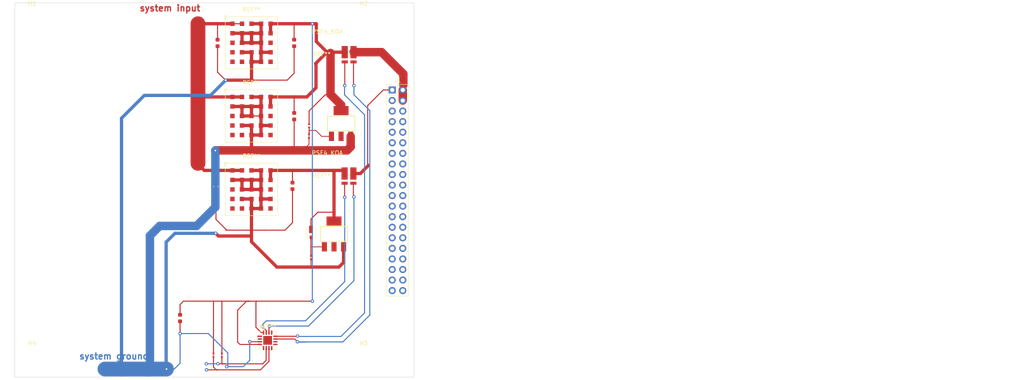
<source format=kicad_pcb>
(kicad_pcb (version 20211014) (generator pcbnew)
  (title_block (title "ColoradoCUBE C&DH") (date "2022-02-11") (rev "v01") (comment 1 "Author: Kate Nechaeva"))
  (layers (0 "F.Cu" signal) (31 "B.Cu" signal) (34 "B.Paste" user) (35 "F.Paste" user) (36 "B.SilkS" user "B.Silkscreen") (37 "F.SilkS" user "F.Silkscreen") (38 "B.Mask" user) (39 "F.Mask" user) (44 "Edge.Cuts" user))
  (net 0 "")
  (net 1 "GND")
  (net 2 "+5V")
  (net 3 "+3.3V")
  (net 4 "/CM4 GPIO/nRPIBOOT")
  (net 5 "/CM4 GPIO/GPIO15")
  (net 6 "/CM4 GPIO/GPIO14")
  (net 7 "/CM4 GPIO/GPIO2")
  (net 9 "/CM4 GPIO/GPIO3")
  (net 12 "Net-(J1-Pad13)")
  (net 13 "Net-(J1-Pad15)")
  (footprint "footprints2:PSF4NTEBL500F" (layer "F.Cu") (at 100.4059 32.4596 180)
    (fp_text reference "REF**" (at 6.5659 0.0796) (layer "F.SilkS"))
    (fp_text value "PSF4_KOA" (at 5.2259 5.5596) (layer "F.SilkS"))
    (fp_text user "*" (at 0 0) (layer "F.SilkS"))
    (pad "1" smd rect locked (at -1.0541 0.6096 180) (size 1.4986 2.9464) (layers "F.Cu" "F.Paste" "F.Mask") (net 2 "+5V"))
    (pad "2" smd rect locked (at -1.0541 -1.7272 180) (size 1.4986 0.7112) (layers "F.Cu" "F.Paste" "F.Mask"))
    (pad "3" smd rect locked (at 1.0541 -1.7272 180) (size 1.4986 0.7112) (layers "F.Cu" "F.Paste" "F.Mask"))
    (pad "4" smd rect locked (at 1.0541 0.6096 180) (size 1.4986 2.9464) (layers "F.Cu" "F.Paste" "F.Mask"))
  )
  (footprint "MountingHole:MountingHole_3mm" (layer "F.Cu") (at 24.15 105.85)
    (fp_text reference "H4" (at 0 -4) (layer "F.SilkS"))
    (fp_text value "3mm_Mounting_Hole")
    (pad "" np_thru_hole circle locked (at 0 0) (size 3 3) (drill 3) (layers *.Cu *.Mask))
  )
  (footprint "Resistor_SMD:R_0201_0603Metric_Pad0.64x0.40mm_HandSolder" (layer "F.Cu") (at 91.23 81.25 90)
    (fp_text reference "REF**" hide)
    (fp_text value "R_0201_0603Metric_Pad0.64x0.40mm_HandSolder" hide)
    (pad "1" smd roundrect (at -0.4075 0 90) (size 0.635 0.4) (layers "F.Cu" "F.Mask"))
    (pad "2" smd roundrect (at 0.4075 0 90) (size 0.635 0.4) (layers "F.Cu" "F.Mask"))
  )
  (footprint "Connector_PinHeader_2.54mm:PinHeader_2x20_P2.54mm_Vertical" (layer "F.Cu") (at 110.77 40.945)
    (fp_text reference "J1" (at 1.27 -2.33) (layer "F.SilkS"))
    (fp_text value "THD-20-R")
    (pad "1" thru_hole rect locked (at 0 0) (size 1.7 1.7) (drill 1) (layers *.Cu *.Mask) (net 3 "+3.3V"))
    (pad "2" thru_hole oval locked (at 2.54 0) (size 1.7 1.7) (drill 1) (layers *.Cu *.Mask) (net 2 "+5V"))
    (pad "3" thru_hole oval locked (at 0 2.54) (size 1.7 1.7) (drill 1) (layers *.Cu *.Mask) (net 7 "/CM4 GPIO/GPIO2"))
    (pad "4" thru_hole oval locked (at 2.54 2.54) (size 1.7 1.7) (drill 1) (layers *.Cu *.Mask) (net 2 "+5V"))
    (pad "5" thru_hole oval locked (at 0 5.08) (size 1.7 1.7) (drill 1) (layers *.Cu *.Mask) (net 9 "/CM4 GPIO/GPIO3"))
    (pad "6" thru_hole oval locked (at 2.54 5.08) (size 1.7 1.7) (drill 1) (layers *.Cu *.Mask) (net 1 "GND"))
    (pad "7" thru_hole oval locked (at 0 7.62) (size 1.7 1.7) (drill 1) (layers *.Cu *.Mask))
    (pad "8" thru_hole oval locked (at 2.54 7.62) (size 1.7 1.7) (drill 1) (layers *.Cu *.Mask) (net 6 "/CM4 GPIO/GPIO14"))
    (pad "9" thru_hole oval locked (at 0 10.16) (size 1.7 1.7) (drill 1) (layers *.Cu *.Mask) (net 1 "GND"))
    (pad "10" thru_hole oval locked (at 2.54 10.16) (size 1.7 1.7) (drill 1) (layers *.Cu *.Mask) (net 5 "/CM4 GPIO/GPIO15"))
    (pad "11" thru_hole oval locked (at 0 12.7) (size 1.7 1.7) (drill 1) (layers *.Cu *.Mask))
    (pad "12" thru_hole oval locked (at 2.54 12.7) (size 1.7 1.7) (drill 1) (layers *.Cu *.Mask))
    (pad "13" thru_hole oval locked (at 0 15.24) (size 1.7 1.7) (drill 1) (layers *.Cu *.Mask) (net 12 "Net-(J1-Pad13)"))
    (pad "14" thru_hole oval locked (at 2.54 15.24) (size 1.7 1.7) (drill 1) (layers *.Cu *.Mask) (net 1 "GND"))
    (pad "15" thru_hole oval locked (at 0 17.78) (size 1.7 1.7) (drill 1) (layers *.Cu *.Mask) (net 13 "Net-(J1-Pad15)"))
    (pad "16" thru_hole oval locked (at 2.54 17.78) (size 1.7 1.7) (drill 1) (layers *.Cu *.Mask))
    (pad "17" thru_hole oval locked (at 0 20.32) (size 1.7 1.7) (drill 1) (layers *.Cu *.Mask) (net 3 "+3.3V"))
    (pad "18" thru_hole oval locked (at 2.54 20.32) (size 1.7 1.7) (drill 1) (layers *.Cu *.Mask))
    (pad "19" thru_hole oval locked (at 0 22.86) (size 1.7 1.7) (drill 1) (layers *.Cu *.Mask))
    (pad "20" thru_hole oval locked (at 2.54 22.86) (size 1.7 1.7) (drill 1) (layers *.Cu *.Mask) (net 1 "GND"))
    (pad "21" thru_hole oval locked (at 0 25.4) (size 1.7 1.7) (drill 1) (layers *.Cu *.Mask))
    (pad "22" thru_hole oval locked (at 2.54 25.4) (size 1.7 1.7) (drill 1) (layers *.Cu *.Mask))
    (pad "23" thru_hole oval locked (at 0 27.94) (size 1.7 1.7) (drill 1) (layers *.Cu *.Mask))
    (pad "24" thru_hole oval locked (at 2.54 27.94) (size 1.7 1.7) (drill 1) (layers *.Cu *.Mask))
    (pad "25" thru_hole oval locked (at 0 30.48) (size 1.7 1.7) (drill 1) (layers *.Cu *.Mask) (net 1 "GND"))
    (pad "26" thru_hole oval locked (at 2.54 30.48) (size 1.7 1.7) (drill 1) (layers *.Cu *.Mask))
    (pad "27" thru_hole oval locked (at 0 33.02) (size 1.7 1.7) (drill 1) (layers *.Cu *.Mask))
    (pad "28" thru_hole oval locked (at 2.54 33.02) (size 1.7 1.7) (drill 1) (layers *.Cu *.Mask))
    (pad "29" thru_hole oval locked (at 0 35.56) (size 1.7 1.7) (drill 1) (layers *.Cu *.Mask))
    (pad "30" thru_hole oval locked (at 2.54 35.56) (size 1.7 1.7) (drill 1) (layers *.Cu *.Mask) (net 1 "GND"))
    (pad "31" thru_hole oval locked (at 0 38.1) (size 1.7 1.7) (drill 1) (layers *.Cu *.Mask))
    (pad "32" thru_hole oval locked (at 2.54 38.1) (size 1.7 1.7) (drill 1) (layers *.Cu *.Mask))
    (pad "33" thru_hole oval locked (at 0 40.64) (size 1.7 1.7) (drill 1) (layers *.Cu *.Mask))
    (pad "34" thru_hole oval locked (at 2.54 40.64) (size 1.7 1.7) (drill 1) (layers *.Cu *.Mask) (net 1 "GND"))
    (pad "35" thru_hole oval locked (at 0 43.18) (size 1.7 1.7) (drill 1) (layers *.Cu *.Mask))
    (pad "36" thru_hole oval locked (at 2.54 43.18) (size 1.7 1.7) (drill 1) (layers *.Cu *.Mask))
    (pad "37" thru_hole oval locked (at 0 45.72) (size 1.7 1.7) (drill 1) (layers *.Cu *.Mask) (net 4 "/CM4 GPIO/nRPIBOOT"))
    (pad "38" thru_hole oval locked (at 2.54 45.72) (size 1.7 1.7) (drill 1) (layers *.Cu *.Mask))
    (pad "39" thru_hole oval locked (at 0 48.26) (size 1.7 1.7) (drill 1) (layers *.Cu *.Mask) (net 1 "GND"))
    (pad "40" thru_hole oval locked (at 2.54 48.26) (size 1.7 1.7) (drill 1) (layers *.Cu *.Mask))
  )
  (footprint "5.1zener:BZX884B5V1L-HG3-08" (layer "F.Cu") (at 90.79 49.57 90)
    (fp_text reference "REF**" hide)
    (fp_text value "CR_1L-HG3-08_VIS" hide)
    (pad "1" smd rect locked (at -0.3429 0 90) (size 0.2794 0.5588) (layers "F.Cu" "F.Paste" "F.Mask"))
    (pad "2" smd rect locked (at 0.3429 0 90) (size 0.2794 0.5588) (layers "F.Cu" "F.Paste" "F.Mask"))
  )
  (footprint "Converter_DCDC:Converter_DCDC_RECOM_RPMx.x-x.0" (layer "F.Cu") (at 76.92 64.87)
    (fp_text reference "REF**" (at 0 -8) (layer "F.SilkS"))
    (fp_text value "Converter_DCDC_RECOM_RPMx.x-x.0")
    (pad "A1" smd rect (at -4.58 -4.58) (size 1.06 1.06) (layers "F.Cu" "F.Paste" "F.Mask"))
    (pad "A2" smd rect (at -2.29 -4.58) (size 1.06 1.06) (layers "F.Cu" "F.Paste" "F.Mask"))
    (pad "A3" smd rect (at 0 -4.58) (size 1.06 1.06) (layers "F.Cu" "F.Paste" "F.Mask"))
    (pad "A4" smd rect (at 2.29 -4.58) (size 1.06 1.06) (layers "F.Cu" "F.Paste" "F.Mask"))
    (pad "A5" smd rect (at 4.58 -4.58) (size 1.06 1.06) (layers "F.Cu" "F.Paste" "F.Mask"))
    (pad "B1" smd rect (at -4.58 -2.29) (size 1.06 1.06) (layers "F.Cu" "F.Paste" "F.Mask"))
    (pad "B2" smd rect (at -2.29 -2.29) (size 1.06 1.06) (layers "F.Cu" "F.Paste" "F.Mask"))
    (pad "B3" smd rect (at 0 -2.29) (size 1.06 1.06) (layers "F.Cu" "F.Paste" "F.Mask"))
    (pad "B4" smd rect (at 2.29 -2.29) (size 1.06 1.06) (layers "F.Cu" "F.Paste" "F.Mask"))
    (pad "B5" smd rect (at 4.58 -2.29) (size 1.06 1.06) (layers "F.Cu" "F.Paste" "F.Mask"))
    (pad "C1" smd rect (at -4.58 0) (size 1.06 1.06) (layers "F.Cu" "F.Paste" "F.Mask"))
    (pad "C2" smd rect (at -2.29 0) (size 1.06 1.06) (layers "F.Cu" "F.Paste" "F.Mask"))
    (pad "C3" smd rect (at 0 0) (size 1.06 1.06) (layers "F.Cu" "F.Paste" "F.Mask"))
    (pad "C4" smd rect (at 2.29 0) (size 1.06 1.06) (layers "F.Cu" "F.Paste" "F.Mask"))
    (pad "C5" smd rect (at 4.58 0) (size 1.06 1.06) (layers "F.Cu" "F.Paste" "F.Mask"))
    (pad "D1" smd rect (at -4.58 2.29) (size 1.06 1.06) (layers "F.Cu" "F.Paste" "F.Mask"))
    (pad "D2" smd rect (at -2.29 2.29) (size 1.06 1.06) (layers "F.Cu" "F.Paste" "F.Mask"))
    (pad "D3" smd rect (at 0 2.29) (size 1.06 1.06) (layers "F.Cu" "F.Paste" "F.Mask"))
    (pad "D4" smd rect (at 2.29 2.29) (size 1.06 1.06) (layers "F.Cu" "F.Paste" "F.Mask"))
    (pad "D5" smd rect (at 4.58 2.29) (size 1.06 1.06) (layers "F.Cu" "F.Paste" "F.Mask"))
    (pad "E1" smd rect (at -4.58 4.58) (size 1.06 1.06) (layers "F.Cu" "F.Paste" "F.Mask"))
    (pad "E2" smd rect (at -2.29 4.58) (size 1.06 1.06) (layers "F.Cu" "F.Paste" "F.Mask"))
    (pad "E3" smd rect (at 0 4.58) (size 1.06 1.06) (layers "F.Cu" "F.Paste" "F.Mask"))
    (pad "E4" smd rect (at 2.29 4.58) (size 1.06 1.06) (layers "F.Cu" "F.Paste" "F.Mask"))
    (pad "E5" smd rect (at 4.58 4.58) (size 1.06 1.06) (layers "F.Cu" "F.Paste" "F.Mask"))
  )
  (footprint "Capacitor_SMD:C_0603_1608Metric" (layer "F.Cu") (at 86.78 64.015 -90)
    (fp_text reference "REF**" hide)
    (fp_text value "C_0603_1608Metric" hide)
    (pad "1" smd roundrect (at -0.775 0 270) (size 0.9 0.95) (layers "F.Cu" "F.Paste" "F.Mask"))
    (pad "2" smd roundrect (at 0.775 0 270) (size 0.9 0.95) (layers "F.Cu" "F.Paste" "F.Mask"))
  )
  (footprint "Resistor_SMD:R_0201_0603Metric_Pad0.64x0.40mm_HandSolder" (layer "F.Cu") (at 69.8 104.76 90)
    (fp_text reference "REF**" hide)
    (fp_text value "R_0201_0603Metric_Pad0.64x0.40mm_HandSolder" hide)
    (pad "1" smd roundrect (at -0.4075 0 90) (size 0.635 0.4) (layers "F.Cu" "F.Mask"))
    (pad "2" smd roundrect (at 0.4075 0 90) (size 0.635 0.4) (layers "F.Cu" "F.Mask"))
  )
  (footprint "Capacitor_SMD:C_0603_1608Metric" (layer "F.Cu") (at 68.38 64.18 -90)
    (fp_text reference "REF**" hide)
    (fp_text value "C_0603_1608Metric" hide)
    (pad "1" smd roundrect (at -0.775 0 270) (size 0.9 0.95) (layers "F.Cu" "F.Paste" "F.Mask"))
    (pad "2" smd roundrect (at 0.775 0 270) (size 0.9 0.95) (layers "F.Cu" "F.Paste" "F.Mask"))
  )
  (footprint "fzt688bta_footprint:SOT230P700X180-4N" (layer "F.Cu") (at 96.77 75.57)
    (fp_text reference "REF**" hide)
    (fp_text value "SOT230P700X180-4N" hide)
    (pad "1" smd rect (at -2.3114 3.0988) (size 1.2192 2.2352) (layers "F.Cu" "F.Paste" "F.Mask"))
    (pad "2" smd rect (at 0 3.0988) (size 1.2192 2.2352) (layers "F.Cu" "F.Paste" "F.Mask"))
    (pad "3" smd rect (at 2.3114 3.0988) (size 1.2192 2.2352) (layers "F.Cu" "F.Paste" "F.Mask"))
    (pad "4" smd rect (at 0 -3.099) (size 3.6 2.2) (layers "F.Cu" "F.Paste" "F.Mask"))
  )
  (footprint "Capacitor_SMD:C_0603_1608Metric" (layer "F.Cu") (at 68.76 29.63 -90)
    (fp_text reference "REF**" hide)
    (fp_text value "C_0603_1608Metric" hide)
    (pad "1" smd roundrect (at -0.775 0 270) (size 0.9 0.95) (layers "F.Cu" "F.Paste" "F.Mask"))
    (pad "2" smd roundrect (at 0.775 0 270) (size 0.9 0.95) (layers "F.Cu" "F.Paste" "F.Mask"))
  )
  (footprint "Capacitor_SMD:C_0603_1608Metric" (layer "F.Cu") (at 59.74 95.8 -90)
    (fp_text reference "REF**" hide)
    (fp_text value "C_0603_1608Metric" hide)
    (pad "1" smd roundrect (at -0.775 0 270) (size 0.9 0.95) (layers "F.Cu" "F.Paste" "F.Mask"))
    (pad "2" smd roundrect (at 0.775 0 270) (size 0.9 0.95) (layers "F.Cu" "F.Paste" "F.Mask"))
  )
  (footprint "Capacitor_SMD:C_0603_1608Metric" (layer "F.Cu") (at 87.18 29.63 -90)
    (fp_text reference "REF**" hide)
    (fp_text value "C_0603_1608Metric" hide)
    (pad "1" smd roundrect (at -0.775 0 270) (size 0.9 0.95) (layers "F.Cu" "F.Paste" "F.Mask"))
    (pad "2" smd roundrect (at 0.775 0 270) (size 0.9 0.95) (layers "F.Cu" "F.Paste" "F.Mask"))
  )
  (footprint "Resistor_SMD:R_0201_0603Metric_Pad0.64x0.40mm_HandSolder" (layer "F.Cu") (at 67.78 104.74 90)
    (fp_text reference "REF**" hide)
    (fp_text value "R_0201_0603Metric_Pad0.64x0.40mm_HandSolder" hide)
    (pad "1" smd roundrect (at -0.4075 0 90) (size 0.635 0.4) (layers "F.Cu" "F.Mask"))
    (pad "2" smd roundrect (at 0.4075 0 90) (size 0.635 0.4) (layers "F.Cu" "F.Mask"))
  )
  (footprint "Resistor_SMD:R_0201_0603Metric_Pad0.64x0.40mm_HandSolder" (layer "F.Cu") (at 90.75 52.04 90)
    (fp_text reference "REF**" hide)
    (fp_text value "R_0201_0603Metric_Pad0.64x0.40mm_HandSolder" hide)
    (pad "1" smd roundrect (at -0.4075 0 90) (size 0.635 0.4) (layers "F.Cu" "F.Mask"))
    (pad "2" smd roundrect (at 0.4075 0 90) (size 0.635 0.4) (layers "F.Cu" "F.Mask"))
  )
  (footprint "Package_DFN_QFN:Texas_RGV_S-PVQFN-N16_EP2.1x2.1mm" (layer "F.Cu") (at 80.8 101.17)
    (fp_text reference "REF**" (at 0 -3.32) (layer "F.SilkS"))
    (fp_text value "Texas_RGV_S-PVQFN-N16_EP2.1x2.1mm" hide)
    (pad "1" smd roundrect (at -1.8625 -0.975) (size 1.025 0.35) (layers "F.Cu" "F.Paste" "F.Mask"))
    (pad "2" smd roundrect (at -1.8625 -0.325) (size 1.025 0.35) (layers "F.Cu" "F.Paste" "F.Mask"))
    (pad "3" smd roundrect (at -1.8625 0.325) (size 1.025 0.35) (layers "F.Cu" "F.Paste" "F.Mask"))
    (pad "4" smd roundrect (at -1.8625 0.975) (size 1.025 0.35) (layers "F.Cu" "F.Paste" "F.Mask"))
    (pad "5" smd roundrect (at -0.975 1.8625) (size 0.35 1.025) (layers "F.Cu" "F.Paste" "F.Mask"))
    (pad "6" smd roundrect (at -0.325 1.8625) (size 0.35 1.025) (layers "F.Cu" "F.Paste" "F.Mask"))
    (pad "7" smd roundrect (at 0.325 1.8625) (size 0.35 1.025) (layers "F.Cu" "F.Paste" "F.Mask"))
    (pad "8" smd roundrect (at 0.975 1.8625) (size 0.35 1.025) (layers "F.Cu" "F.Paste" "F.Mask"))
    (pad "9" smd roundrect (at 1.8625 0.975) (size 1.025 0.35) (layers "F.Cu" "F.Paste" "F.Mask"))
    (pad "10" smd roundrect (at 1.8625 0.325) (size 1.025 0.35) (layers "F.Cu" "F.Paste" "F.Mask"))
    (pad "11" smd roundrect (at 1.8625 -0.325) (size 1.025 0.35) (layers "F.Cu" "F.Paste" "F.Mask"))
    (pad "12" smd roundrect (at 1.8625 -0.975) (size 1.025 0.35) (layers "F.Cu" "F.Paste" "F.Mask"))
    (pad "13" smd roundrect (at 0.975 -1.8625) (size 0.35 1.025) (layers "F.Cu" "F.Paste" "F.Mask"))
    (pad "14" smd roundrect (at 0.325 -1.8625) (size 0.35 1.025) (layers "F.Cu" "F.Paste" "F.Mask"))
    (pad "15" smd roundrect (at -0.325 -1.8625) (size 0.35 1.025) (layers "F.Cu" "F.Paste" "F.Mask"))
    (pad "16" smd roundrect (at -0.975 -1.8625) (size 0.35 1.025) (layers "F.Cu" "F.Paste" "F.Mask"))
    (pad "17" smd rect (at 0 0) (size 2.1 2.1) (layers "F.Cu" "F.Mask"))
  )
  (footprint "MountingHole:MountingHole_3mm" (layer "F.Cu") (at 103.85 105.85)
    (fp_text reference "H3" (at 0 -4) (layer "F.SilkS"))
    (fp_text value "3mm_Mounting_Hole")
    (pad "" np_thru_hole circle locked (at 0 0) (size 3 3) (drill 3) (layers *.Cu *.Mask))
  )
  (footprint "Converter_DCDC:Converter_DCDC_RECOM_RPMx.x-x.0" (layer "F.Cu") (at 76.93 29.59)
    (fp_text reference "REF**" (at 0 -8) (layer "F.SilkS"))
    (fp_text value "Converter_DCDC_RECOM_RPMx.x-x.0")
    (pad "A1" smd rect (at -4.58 -4.58) (size 1.06 1.06) (layers "F.Cu" "F.Paste" "F.Mask"))
    (pad "A2" smd rect (at -2.29 -4.58) (size 1.06 1.06) (layers "F.Cu" "F.Paste" "F.Mask"))
    (pad "A3" smd rect (at 0 -4.58) (size 1.06 1.06) (layers "F.Cu" "F.Paste" "F.Mask"))
    (pad "A4" smd rect (at 2.29 -4.58) (size 1.06 1.06) (layers "F.Cu" "F.Paste" "F.Mask"))
    (pad "A5" smd rect (at 4.58 -4.58) (size 1.06 1.06) (layers "F.Cu" "F.Paste" "F.Mask"))
    (pad "B1" smd rect (at -4.58 -2.29) (size 1.06 1.06) (layers "F.Cu" "F.Paste" "F.Mask"))
    (pad "B2" smd rect (at -2.29 -2.29) (size 1.06 1.06) (layers "F.Cu" "F.Paste" "F.Mask"))
    (pad "B3" smd rect (at 0 -2.29) (size 1.06 1.06) (layers "F.Cu" "F.Paste" "F.Mask"))
    (pad "B4" smd rect (at 2.29 -2.29) (size 1.06 1.06) (layers "F.Cu" "F.Paste" "F.Mask"))
    (pad "B5" smd rect (at 4.58 -2.29) (size 1.06 1.06) (layers "F.Cu" "F.Paste" "F.Mask"))
    (pad "C1" smd rect (at -4.58 0) (size 1.06 1.06) (layers "F.Cu" "F.Paste" "F.Mask"))
    (pad "C2" smd rect (at -2.29 0) (size 1.06 1.06) (layers "F.Cu" "F.Paste" "F.Mask"))
    (pad "C3" smd rect (at 0 0) (size 1.06 1.06) (layers "F.Cu" "F.Paste" "F.Mask"))
    (pad "C4" smd rect (at 2.29 0) (size 1.06 1.06) (layers "F.Cu" "F.Paste" "F.Mask"))
    (pad "C5" smd rect (at 4.58 0) (size 1.06 1.06) (layers "F.Cu" "F.Paste" "F.Mask"))
    (pad "D1" smd rect (at -4.58 2.29) (size 1.06 1.06) (layers "F.Cu" "F.Paste" "F.Mask"))
    (pad "D2" smd rect (at -2.29 2.29) (size 1.06 1.06) (layers "F.Cu" "F.Paste" "F.Mask"))
    (pad "D3" smd rect (at 0 2.29) (size 1.06 1.06) (layers "F.Cu" "F.Paste" "F.Mask"))
    (pad "D4" smd rect (at 2.29 2.29) (size 1.06 1.06) (layers "F.Cu" "F.Paste" "F.Mask"))
    (pad "D5" smd rect (at 4.58 2.29) (size 1.06 1.06) (layers "F.Cu" "F.Paste" "F.Mask"))
    (pad "E1" smd rect (at -4.58 4.58) (size 1.06 1.06) (layers "F.Cu" "F.Paste" "F.Mask"))
    (pad "E2" smd rect (at -2.29 4.58) (size 1.06 1.06) (layers "F.Cu" "F.Paste" "F.Mask"))
    (pad "E3" smd rect (at 0 4.58) (size 1.06 1.06) (layers "F.Cu" "F.Paste" "F.Mask"))
    (pad "E4" smd rect (at 2.29 4.58) (size 1.06 1.06) (layers "F.Cu" "F.Paste" "F.Mask"))
    (pad "E5" smd rect (at 4.58 4.58) (size 1.06 1.06) (layers "F.Cu" "F.Paste" "F.Mask"))
  )
  (footprint "Capacitor_SMD:C_0603_1608Metric" (layer "F.Cu") (at 87.19 47.25 -90)
    (fp_text reference "REF**" hide)
    (fp_text value "C_0603_1608Metric" hide)
    (pad "1" smd roundrect (at -0.775 0 270) (size 0.9 0.95) (layers "F.Cu" "F.Paste" "F.Mask"))
    (pad "2" smd roundrect (at 0.775 0 270) (size 0.9 0.95) (layers "F.Cu" "F.Paste" "F.Mask"))
  )
  (footprint "Converter_DCDC:Converter_DCDC_RECOM_RPMx.x-x.0" (layer "F.Cu") (at 76.92 47.2)
    (fp_text reference "REF**" (at 0 -8) (layer "F.SilkS"))
    (fp_text value "Converter_DCDC_RECOM_RPMx.x-x.0")
    (pad "A1" smd rect (at -4.58 -4.58) (size 1.06 1.06) (layers "F.Cu" "F.Paste" "F.Mask"))
    (pad "A2" smd rect (at -2.29 -4.58) (size 1.06 1.06) (layers "F.Cu" "F.Paste" "F.Mask"))
    (pad "A3" smd rect (at 0 -4.58) (size 1.06 1.06) (layers "F.Cu" "F.Paste" "F.Mask"))
    (pad "A4" smd rect (at 2.29 -4.58) (size 1.06 1.06) (layers "F.Cu" "F.Paste" "F.Mask"))
    (pad "A5" smd rect (at 4.58 -4.58) (size 1.06 1.06) (layers "F.Cu" "F.Paste" "F.Mask"))
    (pad "B1" smd rect (at -4.58 -2.29) (size 1.06 1.06) (layers "F.Cu" "F.Paste" "F.Mask"))
    (pad "B2" smd rect (at -2.29 -2.29) (size 1.06 1.06) (layers "F.Cu" "F.Paste" "F.Mask"))
    (pad "B3" smd rect (at 0 -2.29) (size 1.06 1.06) (layers "F.Cu" "F.Paste" "F.Mask"))
    (pad "B4" smd rect (at 2.29 -2.29) (size 1.06 1.06) (layers "F.Cu" "F.Paste" "F.Mask"))
    (pad "B5" smd rect (at 4.58 -2.29) (size 1.06 1.06) (layers "F.Cu" "F.Paste" "F.Mask"))
    (pad "C1" smd rect (at -4.58 0) (size 1.06 1.06) (layers "F.Cu" "F.Paste" "F.Mask"))
    (pad "C2" smd rect (at -2.29 0) (size 1.06 1.06) (layers "F.Cu" "F.Paste" "F.Mask"))
    (pad "C3" smd rect (at 0 0) (size 1.06 1.06) (layers "F.Cu" "F.Paste" "F.Mask"))
    (pad "C4" smd rect (at 2.29 0) (size 1.06 1.06) (layers "F.Cu" "F.Paste" "F.Mask"))
    (pad "C5" smd rect (at 4.58 0) (size 1.06 1.06) (layers "F.Cu" "F.Paste" "F.Mask"))
    (pad "D1" smd rect (at -4.58 2.29) (size 1.06 1.06) (layers "F.Cu" "F.Paste" "F.Mask"))
    (pad "D2" smd rect (at -2.29 2.29) (size 1.06 1.06) (layers "F.Cu" "F.Paste" "F.Mask"))
    (pad "D3" smd rect (at 0 2.29) (size 1.06 1.06) (layers "F.Cu" "F.Paste" "F.Mask"))
    (pad "D4" smd rect (at 2.29 2.29) (size 1.06 1.06) (layers "F.Cu" "F.Paste" "F.Mask"))
    (pad "D5" smd rect (at 4.58 2.29) (size 1.06 1.06) (layers "F.Cu" "F.Paste" "F.Mask"))
    (pad "E1" smd rect (at -4.58 4.58) (size 1.06 1.06) (layers "F.Cu" "F.Paste" "F.Mask"))
    (pad "E2" smd rect (at -2.29 4.58) (size 1.06 1.06) (layers "F.Cu" "F.Paste" "F.Mask"))
    (pad "E3" smd rect (at 0 4.58) (size 1.06 1.06) (layers "F.Cu" "F.Paste" "F.Mask"))
    (pad "E4" smd rect (at 2.29 4.58) (size 1.06 1.06) (layers "F.Cu" "F.Paste" "F.Mask"))
    (pad "E5" smd rect (at 4.58 4.58) (size 1.06 1.06) (layers "F.Cu" "F.Paste" "F.Mask"))
  )
  (footprint "MountingHole:MountingHole_3mm" (layer "F.Cu") (at 103.85 24.15)
    (fp_text reference "H2" (at 0 -4) (layer "F.SilkS"))
    (fp_text value "3mm_Mounting_Hole")
    (pad "" np_thru_hole circle locked (at 0 0) (size 3 3) (drill 3) (layers *.Cu *.Mask))
  )
  (footprint "MountingHole:MountingHole_3mm" (layer "F.Cu") (at 24.15 24.15)
    (fp_text reference "H1" (at 0 -4) (layer "F.SilkS"))
    (fp_text value "3mm_Mounting_Hole")
    (pad "" np_thru_hole circle locked (at 0 0) (size 3 3) (drill 3) (layers F&B.Cu *.Mask))
  )
  (footprint "3.6zener:PD3Z284C3V6-7" (layer "F.Cu") (at 91.22 75.22 -90)
    (fp_text reference "REF**" hide)
    (fp_text value "PowerDI323_DIO" hide)
    (pad "1" smd rect locked (at -0.7278 0 270) (size 1.7556 0.88) (layers "F.Cu" "F.Paste" "F.Mask"))
    (pad "2" smd rect locked (at 1.1778 0 270) (size 0.8556 0.6) (layers "F.Cu" "F.Paste" "F.Mask"))
  )
  (footprint "footprints2:PSF4NTEBL500F" (layer "F.Cu") (at 100.37 61.65 180)
    (fp_text reference "REF**" (at 6.5659 0.0796) (layer "F.SilkS"))
    (fp_text value "PSF4_KOA" (at 5.2259 5.5596) (layer "F.SilkS"))
    (fp_text user "*" (at 0 0) (layer "F.SilkS"))
    (pad "1" smd rect locked (at -1.0541 0.6096 180) (size 1.4986 2.9464) (layers "F.Cu" "F.Paste" "F.Mask"))
    (pad "2" smd rect locked (at -1.0541 -1.7272 180) (size 1.4986 0.7112) (layers "F.Cu" "F.Paste" "F.Mask"))
    (pad "3" smd rect locked (at 1.0541 -1.7272 180) (size 1.4986 0.7112) (layers "F.Cu" "F.Paste" "F.Mask"))
    (pad "4" smd rect locked (at 1.0541 0.6096 180) (size 1.4986 2.9464) (layers "F.Cu" "F.Paste" "F.Mask"))
  )
  (footprint "fzt688bta_footprint:SOT230P700X180-4N" (layer "F.Cu") (at 98.47 49)
    (fp_text reference "REF**" hide)
    (fp_text value "SOT230P700X180-4N" hide)
    (pad "1" smd rect (at -2.3114 3.0988) (size 1.2192 2.2352) (layers "F.Cu" "F.Paste" "F.Mask"))
    (pad "2" smd rect (at 0 3.0988) (size 1.2192 2.2352) (layers "F.Cu" "F.Paste" "F.Mask"))
    (pad "3" smd rect (at 2.3114 3.0988) (size 1.2192 2.2352) (layers "F.Cu" "F.Paste" "F.Mask"))
    (pad "4" smd rect (at 0 -3.099) (size 3.6 2.2) (layers "F.Cu" "F.Paste" "F.Mask"))
  )
  (gr_rect (start 20 20) (end 116 110) (layer "Edge.Cuts") (width 0.1) (fill none))
  (gr_text "system input" (at 57.32 21.26) (layer "F.Cu") (effects (font (size 1.5 1.5) (thickness 0.3))))
  (gr_text "system ground\n" (at 43.84 104.98) (layer "B.Cu") (effects (font (size 1.5 1.5) (thickness 0.3))))
  (segment (start 64.11 42.62) (end 64.05 42.56) (width 0.25) (layer "F.Cu") (net 0))
  (segment (start 79.21 64.87) (end 79.21 67.16) (width 0.781437) (layer "F.Cu") (net 0))
  (segment (start 79.21 51.78) (end 79.21 49.49) (width 0.781437) (layer "F.Cu") (net 0))
  (segment (start 67.78 91.77) (end 67.76 91.75) (width 0.25) (layer "F.Cu") (net 0))
  (segment (start 76.93 34.17) (end 79.22 34.17) (width 0.781437) (layer "F.Cu") (net 0))
  (segment (start 101.4241 66.7841) (end 101.47 66.83) (width 0.25) (layer "F.Cu") (net 0))
  (segment (start 80.45 103.0575) (end 80.45 105.97) (width 0.25) (layer "F.Cu") (net 0))
  (segment (start 86.78 72.87) (end 84.98 74.67) (width 0.25) (layer "F.Cu") (net 0))
  (segment (start 81.51 27.3) (end 81.51 25.01) (width 0.781437) (layer "F.Cu") (net 0))
  (segment (start 74.63 42.62) (end 72.34 42.62) (width 0.781437) (layer "F.Cu") (net 0))
  (segment (start 87.25 42.62) (end 90.24 42.62) (width 0.781437) (layer "F.Cu") (net 0))
  (segment (start 68.43 108.25) (end 67.78 107.6) (width 0.25) (layer "F.Cu") (net 0))
  (segment (start 81.125 106.215) (end 79.09 108.25) (width 0.25) (layer "F.Cu") (net 0))
  (segment (start 67.78 107.6) (end 67.78 105.1475) (width 0.25) (layer "F.Cu") (net 0))
  (segment (start 79.21 47.2) (end 79.21 49.49) (width 0.781437) (layer "F.Cu") (net 0))
  (segment (start 81.125 99.3075) (end 81.125 97.935) (width 0.25) (layer "F.Cu") (net 0))
  (segment (start 72.34 60.29) (end 68.57 60.29) (width 0.781437) (layer "F.Cu") (net 0))
  (segment (start 91.22 80.8325) (end 91.23 80.8425) (width 0.25) (layer "F.Cu") (net 0))
  (segment (start 92.5118 25.01) (end 92.5118 29.2818) (width 0.781437) (layer "F.Cu") (net 0))
  (segment (start 68.57 60.29) (end 65.56 60.29) (width 0.781437) (layer "F.Cu") (net 0))
  (segment (start 96.7 60.29) (end 98.5655 60.29) (width 0.781437) (layer "F.Cu") (net 0))
  (segment (start 90.79 49.9129) (end 90.79 50.73) (width 0.25) (layer "F.Cu") (net 0))
  (segment (start 68.64 108.25) (end 68.43 108.25) (width 0.25) (layer "F.Cu") (net 0))
  (segment (start 68.87 106.81) (end 68.85 106.79) (width 0.25) (layer "F.Cu") (net 0))
  (segment (start 76.92 60.29) (end 79.21 60.29) (width 0.781437) (layer "F.Cu") (net 0))
  (segment (start 68.64 108.25) (end 66.1 108.25) (width 0.25) (layer "F.Cu") (net 0))
  (segment (start 99.3518 31.85) (end 96.12 31.85) (width 0.2) (layer "F.Cu") (net 0))
  (segment (start 101.47 66.83) (end 101.57 66.73) (width 0.25) (layer "F.Cu") (net 0))
  (segment (start 64.05 58.78) (end 64.05 58.59) (width 0.25) (layer "F.Cu") (net 0))
  (segment (start 76.92 69.45) (end 76.92 71.77) (width 0.25) (layer "F.Cu") (net 0))
  (segment (start 79.21 44.91) (end 79.21 42.62) (width 0.781437) (layer "F.Cu") (net 0))
  (segment (start 91.22 74.4922) (end 91.22 71.99) (width 0.25) (layer "F.Cu") (net 0))
  (segment (start 74.63 47.2) (end 74.63 44.91) (width 0.781437) (layer "F.Cu") (net 0))
  (segment (start 77.23 55.47) (end 68.27 55.47) (width 2.03286) (layer "F.Cu") (net 0))
  (segment (start 79.22 29.59) (end 79.22 27.3) (width 0.781437) (layer "F.Cu") (net 0))
  (segment (start 70.97 74.67) (end 70.75 74.67) (width 0.25) (layer "F.Cu") (net 0))
  (segment (start 76.49 91.75) (end 75.75 91.75) (width 0.25) (layer "F.Cu") (net 0))
  (segment (start 81.125 97.935) (end 81.33 97.73) (width 0.25) (layer "F.Cu") (net 0))
  (segment (start 100.7814 54.6186) (end 99.93 55.47) (width 2.03286) (layer "F.Cu") (net 0))
  (segment (start 87.19 46.475) (end 87.19 42.68) (width 0.25) (layer "F.Cu") (net 0))
  (segment (start 76.93 31.88) (end 76.93 34.17) (width 0.781437) (layer "F.Cu") (net 0))
  (segment (start 68.76 25.09) (end 68.68 25.01) (width 0.25) (layer "F.Cu") (net 0))
  (segment (start 92.5118 29.2818) (end 95.08 31.85) (width 0.781437) (layer "F.Cu") (net 0))
  (segment (start 72.35 27.3) (end 74.64 27.3) (width 0.781437) (layer "F.Cu") (net 0))
  (segment (start 91.23 83.5) (end 91.27 83.54) (width 0.2) (layer "F.Cu") (net 0))
  (segment (start 80.45 105.97) (end 79.61 106.81) (width 0.25) (layer "F.Cu") (net 0))
  (segment (start 76.93 29.59) (end 76.93 27.3) (width 0.781437) (layer "F.Cu") (net 0))
  (segment (start 68.76 36.67) (end 70.7 38.61) (width 0.25) (layer "F.Cu") (net 0))
  (segment (start 98.47 44.53) (end 95.93 41.99) (width 2.03286) (layer "F.Cu") (net 0))
  (segment (start 101.4241 63.3772) (end 101.4241 66.7841) (width 0.25) (layer "F.Cu") (net 0))
  (segment (start 81.5 67.16) (end 79.21 67.16) (width 0.781437) (layer "F.Cu") (net 0))
  (segment (start 91.22 71.99) (end 92.86 70.35) (width 0.25) (layer "F.Cu") (net 0))
  (segment (start 101.46 34.1868) (end 101.46 39.77) (width 0.25) (layer "F.Cu") (net 0))
  (segment (start 82.6625 100.195) (end 87.935 100.195) (width 0.25) (layer "F.Cu") (net 0))
  (segment (start 63.96 58.68) (end 64.05 58.59) (width 0.25) (layer "F.Cu") (net 0))
  (segment (start 77.99 91.9) (end 77.99 98.02) (width 0.25) (layer "F.Cu") (net 0))
  (segment (start 79.22 29.59) (end 79.22 31.88) (width 0.781437) (layer "F.Cu") (net 0))
  (segment (start 97.95 83.54) (end 91.27 83.54) (width 0.781437) (layer "F.Cu") (net 0))
  (segment (start 76.92 51.78) (end 79.21 51.78) (width 0.781437) (layer "F.Cu") (net 0))
  (segment (start 69.8 91.81) (end 69.74 91.75) (width 0.25) (layer "F.Cu") (net 0))
  (segment (start 72.34 44.91) (end 74.63 44.91) (width 0.781437) (layer "F.Cu") (net 0))
  (segment (start 77.99 98.02) (end 79.2775 99.3075) (width 0.25) (layer "F.Cu") (net 0))
  (segment (start 68.38 64.955) (end 68.38 72.08) (width 0.25) (layer "F.Cu") (net 0))
  (segment (start 93.8088 52.0988) (end 92.37 50.66) (width 0.2) (layer "F.Cu") (net 0))
  (segment (start 81.51 25.01) (end 87.2 25.01) (width 0.781437) (layer "F.Cu") (net 0))
  (segment (start 90.75 54.02) (end 89.9 54.87) (width 0.2) (layer "F.Cu") (net 0))
  (segment (start 76.92 67.16) (end 76.92 69.45) (width 0.781437) (layer "F.Cu") (net 0))
  (segment (start 81.5 62.58) (end 81.5 60.29) (width 0.781437) (layer "F.Cu") (net 0))
  (segment (start 80.475 103.0325) (end 80.45 103.0575) (width 0.25) (layer "F.Cu") (net 0))
  (segment (start 95.93 41.99) (end 95.93 32.04) (width 2.03286) (layer "F.Cu") (net 0))
  (segment (start 74.64 29.59) (end 74.64 27.3) (width 0.781437) (layer "F.Cu") (net 0))
  (segment (start 76.92 47.2) (end 76.92 44.91) (width 0.781437) (layer "F.Cu") (net 0))
  (segment (start 82.6625 100.845) (end 87.325 100.845) (width 0.25) (layer "F.Cu") (net 0))
  (segment (start 78.385 100.195) (end 78.9375 100.195) (width 0.25) (layer "F.Cu") (net 0))
  (segment (start 74.64 25.01) (end 72.35 25.01) (width 0.25) (layer "F.Cu") (net 0))
  (segment (start 100.7814 52.0988) (end 100.7814 54.6186) (width 2.03286) (layer "F.Cu") (net 0))
  (segment (start 87.18 30.405) (end 87.18 36.9) (width 0.25) (layer "F.Cu") (net 0))
  (segment (start 76.92 44.91) (end 79.21 44.91) (width 0.781437) (layer "F.Cu") (net 0))
  (segment (start 76.24 101.52) (end 76.47 101.52) (width 0.25) (layer "F.Cu") (net 0))
  (segment (start 59.71 99.49) (end 59.75 99.53) (width 0.25) (layer "F.Cu") (net 0))
  (segment (start 87.935 100.195) (end 88 100.13) (width 0.25) (layer "F.Cu") (net 0))
  (segment (start 74.64 31.88) (end 76.93 31.88) (width 0.781437) (layer "F.Cu") (net 0))
  (segment (start 68.38 72.08) (end 70.97 74.67) (width 0.25) (layer "F.Cu") (net 0))
  (segment (start 99.3159 63.3772) (end 99.3159 66.7359) (width 0.25) (layer "F.Cu") (net 0))
  (segment (start 96.77 60.36) (end 96.7 60.29) (width 0.2) (layer "F.Cu") (net 0))
  (segment (start 96.77 70.35) (end 96.77 60.36) (width 0.781437) (layer "F.Cu") (net 0))
  (segment (start 76.49 91.75) (end 69.74 91.75) (width 0.25) (layer "F.Cu") (net 0))
  (segment (start 79.21 47.2) (end 79.21 44.91) (width 0.781437) (layer "F.Cu") (net 0))
  (segment (start 59.74 95.025) (end 59.74 92.57) (width 0.25) (layer "F.Cu") (net 0))
  (segment (start 90.79 50.73) (end 90.79 51.5925) (width 0.25) (layer "F.Cu") (net 0))
  (segment (start 64.05 25.01) (end 63.98 24.94) (width 0.25) (layer "F.Cu") (net 0))
  (segment (start 74.63 47.2) (end 76.92 47.2) (width 0.781437) (layer "F.Cu") (net 0))
  (segment (start 78.14 91.75) (end 77.99 91.9) (width 0.25) (layer "F.Cu") (net 0))
  (segment (start 59.74 99.52) (end 59.75 99.53) (width 0.25) (layer "F.Cu") (net 0))
  (segment (start 76.93 25.01) (end 79.22 25.01) (width 0.781437) (layer "F.Cu") (net 0))
  (segment (start 74.64 27.3) (end 76.93 27.3) (width 0.781437) (layer "F.Cu") (net 0))
  (segment (start 92.37 50.66) (end 90.86 50.66) (width 0.2) (layer "F.Cu") (net 0))
  (segment (start 76.92 49.49) (end 76.92 51.78) (width 0.781437) (layer "F.Cu") (net 0))
  (segment (start 81.5 49.49) (end 79.21 49.49) (width 0.781437) (layer "F.Cu") (net 0))
  (segment (start 78.9375 101.495) (end 76.495 101.495) (width 0.25) (layer "F.Cu") (net 0))
  (segment (start 76.92 62.58) (end 79.21 62.58) (width 0.781437) (layer "F.Cu") (net 0))
  (segment (start 70.52 106.81) (end 69.89 106.81) (width 0.25) (layer "F.Cu") (net 0))
  (segment (start 91.56 25.01) (end 92.5118 25.01) (width 0.781437) (layer "F.Cu") (net 0))
  (segment (start 87.19 42.68) (end 87.25 42.62) (width 0.25) (layer "F.Cu") (net 0))
  (segment (start 99.0814 78.6688) (end 99.0814 82.4086) (width 0.781437) (layer "F.Cu") (net 0))
  (segment (start 92.44 34.69) (end 92.34 34.59) (width 0.781437) (layer "F.Cu") (net 0))
  (segment (start 81.125 103.0325) (end 81.125 106.215) (width 0.25) (layer "F.Cu") (net 0))
  (segment (start 76.92 64.87) (end 76.92 62.58) (width 0.781437) (layer "F.Cu") (net 0))
  (segment (start 89.9 55.47) (end 86.7 55.47) (width 2.03286) (layer "F.Cu") (net 0))
  (segment (start 99.93 55.47) (end 89.9 55.47) (width 2.03286) (layer "F.Cu") (net 0))
  (segment (start 85.5 38.58) (end 78.67 38.58) (width 0.25) (layer "F.Cu") (net 0))
  (segment (start 81.35 45.17) (end 81.35 42.88) (width 0.25) (layer "F.Cu") (net 0))
  (segment (start 90.86 50.66) (end 90.79 50.73) (width 0.2) (layer "F.Cu") (net 0))
  (segment (start 79.61 106.81) (end 70.52 106.81) (width 0.25) (layer "F.Cu") (net 0))
  (segment (start 87.19 54.98) (end 86.7 55.47) (width 0.25) (layer "F.Cu") (net 0))
  (segment (start 91.2812 78.6688) (end 91.22 78.73) (width 0.2) (layer "F.Cu") (net 0))
  (segment (start 92.86 70.35) (end 96.77 70.35) (width 0.25) (layer "F.Cu") (net 0))
  (segment (start 90.79 49.2271) (end 90.79 45.97) (width 0.25) (layer "F.Cu") (net 0))
  (segment (start 68.76 30.405) (end 68.76 36.67) (width 0.25) (layer "F.Cu") (net 0))
  (segment (start 94.4586 78.6688) (end 91.2812 78.6688) (width 0.2) (layer "F.Cu") (net 0))
  (segment (start 76.47 101.52) (end 76.495 101.495) (width 0.25) (layer "F.Cu") (net 0))
  (segment (start 76.93 27.3) (end 79.22 27.3) (width 0.781437) (layer "F.Cu") (net 0))
  (segment (start 86.78 64.79) (end 86.78 72.87) (width 0.25) (layer "F.Cu") (net 0))
  (segment (start 69.8 104.3525) (end 69.8 91.81) (width 0.25) (layer "F.Cu") (net 0))
  (segment (start 79.22 34.17) (end 79.22 31.88) (width 0.781437) (layer "F.Cu") (net 0))
  (segment (start 91.56 91.75) (end 78.14 91.75) (width 0.25) (layer "F.Cu") (net 0))
  (segment (start 72.34 42.62) (end 64.11 42.62) (width 0.781437) (layer "F.Cu") (net 0))
  (segment (start 91.22 76.3978) (end 91.22 78.73) (width 0.25) (layer "F.Cu") (net 0))
  (segment (start 90.24 42.62) (end 92.44 40.42) (width 0.781437) (layer "F.Cu") (net 0))
  (segment (start 99.0814 82.4086) (end 97.95 83.54) (width 0.781437) (layer "F.Cu") (net 0))
  (segment (start 78.67 38.58) (end 77.14 38.58) (width 0.25) (layer "F.Cu") (net 0))
  (segment (start 76.92 69.45) (end 79.21 69.45) (width 0.781437) (layer "F.Cu") (net 0))
  (segment (start 69.8 106.72) (end 69.8 105.1675) (width 0.25) (layer "F.Cu") (net 0))
  (segment (start 99.3518 39.8482) (end 99.33 39.87) (width 0.25) (layer "F.Cu") (net 0))
  (segment (start 95.89 42.12) (end 95.96 42.19) (width 0.25) (layer "F.Cu") (net 0))
  (segment (start 78.14 91.75) (end 76.49 91.75) (width 0.25) (layer "F.Cu") (net 0))
  (segment (start 79.21 62.58) (end 79.21 60.29) (width 0.781437) (layer "F.Cu") (net 0))
  (segment (start 76.92 55.16) (end 77.23 55.47) (width 0.25) (layer "F.Cu") (net 0))
  (segment (start 59.74 92.57) (end 60.56 91.75) (width 0.25) (layer "F.Cu") (net 0))
  (segment (start 87.18 28.855) (end 87.18 25.03) (width 0.25) (layer "F.Cu") (net 0))
  (segment (start 87.2 25.01) (end 91.56 25.01) (width 0.781437) (layer "F.Cu") (net 0))
  (segment (start 68.38 63.405) (end 68.38 60.48) (width 0.25) (layer "F.Cu") (net 0))
  (segment (start 92.34 34.59) (end 95.08 31.85) (width 0.781437) (layer "F.Cu") (net 0))
  (segment (start 92.44 40.42) (end 92.44 34.69) (width 0.781437) (layer "F.Cu") (net 0))
  (segment (start 87.19 48.025) (end 87.19 54.98) (width 0.25) (layer "F.Cu") (net 0))
  (segment (start 69.89 106.81) (end 69.8 106.72) (width 0.25) (layer "F.Cu") (net 0))
  (segment (start 96.1586 52.0988) (end 93.8088 52.0988) (width 0.2) (layer "F.Cu") (net 0))
  (segment (start 87.18 25.03) (end 87.2 25.01) (width 0.25) (layer "F.Cu") (net 0))
  (segment (start 83.02 83.54) (end 76.92 77.44) (width 0.781437) (layer "F.Cu") (net 0))
  (segment (start 74.63 60.29) (end 72.34 60.29) (width 0.781437) (layer "F.Cu") (net 0))
  (segment (start 76.92 42.62) (end 79.21 42.62) (width 0.781437) (layer "F.Cu") (net 0))
  (segment (start 79.2775 99.3075) (end 79.825 99.3075) (width 0.25) (layer "F.Cu") (net 0))
  (segment (start 99.3518 34.1868) (end 99.3518 39.8482) (width 0.25) (layer "F.Cu") (net 0))
  (segment (start 90.79 51.5925) (end 90.75 51.6325) (width 0.25) (layer "F.Cu") (net 0))
  (segment (start 91.27 83.54) (end 83.02 83.54) (width 0.781437) (layer "F.Cu") (net 0))
  (segment (start 76.92 77.44) (end 76.92 76.07) (width 0.781437) (layer "F.Cu") (net 0))
  (segment (start 76.93 34.17) (end 76.93 38.37) (width 0.781437) (layer "F.Cu") (net 0))
  (segment (start 87.09 60.44) (end 86.94 60.29) (width 0.25) (layer "F.Cu") (net 0))
  (segment (start 64.05 42.56) (end 64.05 25.01) (width 3.55625) (layer "F.Cu") (net 0))
  (segment (start 81.51 31.88) (end 79.22 31.88) (width 0.781437) (layer "F.Cu") (net 0))
  (segment (start 76.92 51.78) (end 76.92 55.16) (width 0.781437) (layer "F.Cu") (net 0))
  (segment (start 86.78 60.45) (end 86.94 60.29) (width 0.25) (layer "F.Cu") (net 0))
  (segment (start 74.63 67.16) (end 76.92 67.16) (width 0.781437) (layer "F.Cu") (net 0))
  (segment (start 86.94 60.29) (end 96.7 60.29) (width 0.781437) (layer "F.Cu") (net 0))
  (segment (start 68.76 28.855) (end 68.76 25.09) (width 0.25) (layer "F.Cu") (net 0))
  (segment (start 99.3159 66.7359) (end 99.34 66.76) (width 0.25) (layer "F.Cu") (net 0))
  (segment (start 81.5 44.91) (end 81.5 42.62) (width 0.781437) (layer "F.Cu") (net 0))
  (segment (start 68.96 76.07) (end 76.92 76.07) (width 0.781437) (layer "F.Cu") (net 0))
  (segment (start 73.58 101.58) (end 74.15 102.15) (width 0.25) (layer "F.Cu") (net 0))
  (segment (start 87.325 100.845) (end 87.97 101.49) (width 0.25) (layer "F.Cu") (net 0))
  (segment (start 80.07 74.67) (end 70.97 74.67) (width 0.25) (layer "F.Cu") (net 0))
  (segment (start 96.77 72.471) (end 96.77 70.35) (width 0.781437) (layer "F.Cu") (net 0))
  (segment (start 76.92 76.07) (end 76.92 69.45) (width 0.781437) (layer "F.Cu") (net 0))
  (segment (start 101.57 66.73) (end 101.57 66.65) (width 0.25) (layer "F.Cu") (net 0))
  (segment (start 64.05 58.59) (end 64.05 42.56) (width 3.55625) (layer "F.Cu") (net 0))
  (segment (start 70.52 106.81) (end 68.87 106.81) (width 0.25) (layer "F.Cu") (net 0))
  (segment (start 95.08 31.85) (end 99.3518 31.85) (width 0.781437) (layer "F.Cu") (net 0))
  (segment (start 68.38 60.48) (end 68.57 60.29) (width 0.25) (layer "F.Cu") (net 0))
  (segment (start 74.63 62.58) (end 76.92 62.58) (width 0.781437) (layer "F.Cu") (net 0))
  (segment (start 80.475 99.3075) (end 80.475 98.795) (width 0.25) (layer "F.Cu") (net 0))
  (segment (start 78.9325 102.15) (end 78.9375 102.145) (width 0.25) (layer "F.Cu") (net 0))
  (segment (start 87.18 36.9) (end 85.5 38.58) (width 0.25) (layer "F.Cu") (net 0))
  (segment (start 73.58 93.92) (end 73.58 101.58) (width 0.25) (layer "F.Cu") (net 0))
  (segment (start 98.5655 60.29) (end 99.3159 61.0404) (width 0.25) (layer "F.Cu") (net 0))
  (segment (start 90.79 45.97) (end 94.64 42.12) (width 0.25) (layer "F.Cu") (net 0))
  (segment (start 94.64 42.12) (end 95.89 42.12) (width 0.25) (layer "F.Cu") (net 0))
  (segment (start 98.47 45.901) (end 98.47 44.53) (width 2.03286) (layer "F.Cu") (net 0))
  (segment (start 74.63 49.49) (end 76.92 49.49) (width 0.781437) (layer "F.Cu") (net 0))
  (segment (start 86.7 55.47) (end 77.23 55.47) (width 2.03286) (layer "F.Cu") (net 0))
  (segment (start 59.74 96.575) (end 59.74 99.52) (width 0.25) (layer "F.Cu") (net 0))
  (segment (start 101.46 39.77) (end 101.56 39.87) (width 0.25) (layer "F.Cu") (net 0))
  (segment (start 77.14 38.58) (end 70.73 38.58) (width 0.781437) (layer "F.Cu") (net 0))
  (segment (start 74.63 64.87) (end 76.92 64.87) (width 0.781437) (layer "F.Cu") (net 0))
  (segment (start 68.27 55.47) (end 68.23 55.51) (width 0.2) (layer "F.Cu") (net 0))
  (segment (start 74.15 102.15) (end 78.9325 102.15) (width 0.25) (layer "F.Cu") (net 0))
  (segment (start 81.5 42.62) (end 87.25 42.62) (width 0.781437) (layer "F.Cu") (net 0))
  (segment (start 70.73 38.58) (end 70.7 38.61) (width 0.25) (layer "F.Cu") (net 0))
  (segment (start 67.78 104.3325) (end 67.78 91.77) (width 0.25) (layer "F.Cu") (net 0))
  (segment (start 86.78 63.24) (end 86.78 60.45) (width 0.25) (layer "F.Cu") (net 0))
  (segment (start 95.93 32.04) (end 96.12 31.85) (width 0.2) (layer "F.Cu") (net 0))
  (segment (start 80.475 98.795) (end 79.58 97.9) (width 0.25) (layer "F.Cu") (net 0))
  (segment (start 76.92 47.2) (end 79.21 47.2) (width 0.25) (layer "F.Cu") (net 0))
  (segment (start 90.75 52.4475) (end 90.75 54.02) (width 0.2) (layer "F.Cu") (net 0))
  (segment (start 80.07 74.67) (end 84.98 74.67) (width 0.25) (layer "F.Cu") (net 0))
  (segment (start 79.22 27.3) (end 79.22 25.01) (width 0.781437) (layer "F.Cu") (net 0))
  (segment (start 74.64 29.59) (end 76.93 29.59) (width 0.781437) (layer "F.Cu") (net 0))
  (segment (start 79.21 64.87) (end 79.21 62.58) (width 0.781437) (layer "F.Cu") (net 0))
  (segment (start 67.76 91.75) (end 60.56 91.75) (width 0.25) (layer "F.Cu") (net 0))
  (segment (start 81.5 60.29) (end 86.94 60.29) (width 0.781437) (layer "F.Cu") (net 0))
  (segment (start 76.93 29.59) (end 79.22 29.59) (width 0.781437) (layer "F.Cu") (net 0))
  (segment (start 89.9 54.87) (end 89.9 55.47) (width 0.2) (layer "F.Cu") (net 0))
  (segment (start 91.22 78.73) (end 91.22 80.8325) (width 0.25) (layer "F.Cu") (net 0))
  (segment (start 91.23 81.6575) (end 91.23 83.5) (width 0.2) (layer "F.Cu") (net 0))
  (segment (start 69.74 91.75) (end 67.76 91.75) (width 0.25) (layer "F.Cu") (net 0))
  (segment (start 76.92 64.87) (end 79.21 64.87) (width 0.781437) (layer "F.Cu") (net 0))
  (segment (start 65.56 60.29) (end 64.05 58.78) (width 0.781437) (layer "F.Cu") (net 0))
  (segment (start 74.63 44.91) (end 76.92 44.91) (width 0.781437) (layer "F.Cu") (net 0))
  (segment (start 76.93 38.37) (end 77.14 38.58) (width 0.25) (layer "F.Cu") (net 0))
  (segment (start 87.1 25.11) (end 87.2 25.01) (width 0.25) (layer "F.Cu") (net 0))
  (segment (start 79.09 108.25) (end 68.64 108.25) (width 0.25) (layer "F.Cu") (net 0))
  (segment (start 68.31 75.42) (end 68.96 76.07) (width 0.781437) (layer "F.Cu") (net 0))
  (segment (start 79.21 69.45) (end 79.21 67.16) (width 0.781437) (layer "F.Cu") (net 0))
  (segment (start 75.75 91.75) (end 73.58 93.92) (width 0.25) (layer "F.Cu") (net 0))
  (segment (start 74.63 64.87) (end 74.63 62.58) (width 0.781437) (layer "F.Cu") (net 0))
  (segment (start 87.09 42.78) (end 87.25 42.62) (width 0.25) (layer "F.Cu") (net 0))
  (segment (start 68.68 25.01) (end 64.05 25.01) (width 0.781437) (layer "F.Cu") (net 0))
  (segment (start 72.35 25.01) (end 68.68 25.01) (width 0.781437) (layer "F.Cu") (net 0))
  (segment (start 72.34 62.58) (end 74.63 62.58) (width 0.781437) (layer "F.Cu") (net 0))
  (via (at 76.495 101.495) (size 0.8) (drill 0.4) (layers "F.Cu" "B.Cu") (net 0))
  (via (at 101.57 66.65) (size 0.8) (drill 0.4) (layers "F.Cu" "B.Cu") (net 0))
  (via (at 79.58 97.9) (size 0.8) (drill 0.4) (layers "F.Cu" "B.Cu") (net 0))
  (via (at 68.31 75.42) (size 0.8) (drill 0.4) (layers "F.Cu" "B.Cu") (net 0))
  (via (at 99.34 66.76) (size 0.8) (drill 0.4) (layers "F.Cu" "B.Cu") (net 0))
  (via (at 70.7 38.61) (size 0.781437) (drill 0.4) (layers "F.Cu" "B.Cu") (net 0))
  (via (at 81.33 97.73) (size 0.8) (drill 0.4) (layers "F.Cu" "B.Cu") (net 0))
  (via (at 66.06 106.81) (size 0.8) (drill 0.4) (layers "F.Cu" "B.Cu") (net 0))
  (via (at 68.85 106.79) (size 0.8) (drill 0.4) (layers "F.Cu" "B.Cu") (net 0))
  (via (at 68.23 55.51) (size 2.03286) (drill 0.4) (layers "F.Cu" "B.Cu") (net 0))
  (via (at 70.94 107.49) (size 0.8) (drill 0.4) (layers "F.Cu" "B.Cu") (net 0))
  (via (at 88 100.13) (size 0.8) (drill 0.4) (layers "F.Cu" "B.Cu") (net 0))
  (via (at 99.33 39.87) (size 0.8) (drill 0.4) (layers "F.Cu" "B.Cu") (net 0))
  (via (at 66.1 108.25) (size 0.8) (drill 0.4) (layers "F.Cu" "B.Cu") (net 0))
  (via (at 91.56 25.01) (size 0.781437) (drill 0.4) (layers "F.Cu" "B.Cu") (net 0))
  (via (at 87.97 101.49) (size 0.8) (drill 0.4) (layers "F.Cu" "B.Cu") (net 0))
  (via (at 101.56 39.87) (size 0.8) (drill 0.4) (layers "F.Cu" "B.Cu") (net 0))
  (via (at 59.75 99.53) (size 0.8) (drill 0.4) (layers "F.Cu" "B.Cu") (net 0))
  (via (at 56.48 108.07) (size 0.8) (drill 0.4) (layers "F.Cu" "B.Cu") (net 0))
  (via (at 91.56 91.75) (size 0.8) (drill 0.4) (layers "F.Cu" "B.Cu") (net 0))
  (segment (start 68.85 106.79) (end 66.08 106.79) (width 0.25) (layer "B.Cu") (net 0))
  (segment (start 99.3 42.1) (end 99.3 39.9) (width 0.25) (layer "B.Cu") (net 0))
  (segment (start 101.57 66.65) (end 101.57 86.8) (width 0.25) (layer "B.Cu") (net 0))
  (segment (start 99.34 66.76) (end 99.34 87.04) (width 0.25) (layer "B.Cu") (net 0))
  (segment (start 89.91 96.47) (end 80.46 96.47) (width 0.25) (layer "B.Cu") (net 0))
  (segment (start 90.03 100.23) (end 89.99 100.27) (width 0.25) (layer "B.Cu") (net 0))
  (segment (start 76.495 101.495) (end 76.495 105.945) (width 0.25) (layer "B.Cu") (net 0))
  (segment (start 90.03 100.23) (end 98.45 100.23) (width 0.25) (layer "B.Cu") (net 0))
  (segment (start 58.51 75.42) (end 56.39 77.54) (width 0.781437) (layer "B.Cu") (net 0))
  (segment (start 63.71 73.65) (end 54.84 73.65) (width 2.03286) (layer "B.Cu") (net 0))
  (segment (start 59.75 106.66) (end 58.53 107.88) (width 0.25) (layer "B.Cu") (net 0))
  (segment (start 68.31 75.42) (end 58.51 75.42) (width 0.781437) (layer "B.Cu") (net 0))
  (segment (start 105.38 45.91) (end 101.56 42.09) (width 0.25) (layer "B.Cu") (net 0))
  (segment (start 87.97 101.49) (end 88.08 101.6) (width 0.25) (layer "B.Cu") (net 0))
  (segment (start 45.66 108.07) (end 41.67 108.07) (width 3.55625) (layer "B.Cu") (net 0))
  (segment (start 51.96 108.07) (end 45.66 108.07) (width 3.55625) (layer "B.Cu") (net 0))
  (segment (start 80.46 96.47) (end 79.58 97.35) (width 0.25) (layer "B.Cu") (net 0))
  (segment (start 52.49 76) (end 52.49 107.54) (width 2.03286) (layer "B.Cu") (net 0))
  (segment (start 54.84 73.65) (end 52.49 76) (width 2.03286) (layer "B.Cu") (net 0))
  (segment (start 58.53 107.88) (end 58.34 108.07) (width 0.25) (layer "B.Cu") (net 0))
  (segment (start 63.55 99.53) (end 66.55 99.53) (width 0.25) (layer "B.Cu") (net 0))
  (segment (start 56.48 108.07) (end 51.96 108.07) (width 3.55625) (layer "B.Cu") (net 0))
  (segment (start 68.23 55.51) (end 68.23 69.13) (width 2.03286) (layer "B.Cu") (net 0))
  (segment (start 59.75 99.53) (end 63.55 99.53) (width 0.25) (layer "B.Cu") (net 0))
  (segment (start 74.95 107.49) (end 70.94 107.49) (width 0.25) (layer "B.Cu") (net 0))
  (segment (start 56.39 77.54) (end 56.39 107.98) (width 0.781437) (layer "B.Cu") (net 0))
  (segment (start 101.56 42.09) (end 101.56 39.87) (width 0.25) (layer "B.Cu") (net 0))
  (segment (start 76.495 105.945) (end 74.95 107.49) (width 0.25) (layer "B.Cu") (net 0))
  (segment (start 90.64 97.73) (end 81.33 97.73) (width 0.25) (layer "B.Cu") (net 0))
  (segment (start 66.55 99.53) (end 71.22 104.2) (width 0.25) (layer "B.Cu") (net 0))
  (segment (start 66.08 106.79) (end 66.06 106.81) (width 0.25) (layer "B.Cu") (net 0))
  (segment (start 98.45 100.23) (end 104.12 94.56) (width 0.25) (layer "B.Cu") (net 0))
  (segment (start 87.97 101.49) (end 88.02 101.54) (width 0.25) (layer "B.Cu") (net 0))
  (segment (start 99.34 87.04) (end 89.91 96.47) (width 0.25) (layer "B.Cu") (net 0))
  (segment (start 79.58 97.35) (end 79.58 97.9) (width 0.25) (layer "B.Cu") (net 0))
  (segment (start 51.15 42.25) (end 45.66 47.74) (width 0.781437) (layer "B.Cu") (net 0))
  (segment (start 45.66 47.74) (end 45.66 108.07) (width 0.781437) (layer "B.Cu") (net 0))
  (segment (start 88.1 100.23) (end 88 100.13) (width 0.25) (layer "B.Cu") (net 0))
  (segment (start 56.39 107.98) (end 56.48 108.07) (width 0.2) (layer "B.Cu") (net 0))
  (segment (start 70.7 38.61) (end 67.06 42.25) (width 0.781437) (layer "B.Cu") (net 0))
  (segment (start 67.06 42.25) (end 51.15 42.25) (width 0.781437) (layer "B.Cu") (net 0))
  (segment (start 91.56 25.01) (end 91.56 91.75) (width 0.25) (layer "B.Cu") (net 0))
  (segment (start 105.38 95.08) (end 105.38 45.91) (width 0.25) (layer "B.Cu") (net 0))
  (segment (start 99.3 39.9) (end 99.33 39.87) (width 0.25) (layer "B.Cu") (net 0))
  (segment (start 104.12 94.56) (end 104.12 46.92) (width 0.25) (layer "B.Cu") (net 0))
  (segment (start 52.49 107.54) (end 51.96 108.07) (width 0.2) (layer "B.Cu") (net 0))
  (segment (start 90.03 100.23) (end 88.1 100.23) (width 0.25) (layer "B.Cu") (net 0))
  (segment (start 104.12 46.92) (end 99.3 42.1) (width 0.25) (layer "B.Cu") (net 0))
  (segment (start 68.23 69.13) (end 63.71 73.65) (width 2.03286) (layer "B.Cu") (net 0))
  (segment (start 71.22 104.2) (end 71.22 107.21) (width 0.25) (layer "B.Cu") (net 0))
  (segment (start 88.08 101.6) (end 89.96 101.6) (width 0.25) (layer "B.Cu") (net 0))
  (segment (start 91.56 91.83) (end 91.46 91.93) (width 0.25) (layer "B.Cu") (net 0))
  (segment (start 68.23 75.34) (end 68.31 75.42) (width 0.2) (layer "B.Cu") (net 0))
  (segment (start 41.67 108.07) (end 41.54 108.2) (width 0.2) (layer "B.Cu") (net 0))
  (segment (start 58.34 108.07) (end 56.48 108.07) (width 0.25) (layer "B.Cu") (net 0))
  (segment (start 71.22 107.21) (end 70.94 107.49) (width 0.25) (layer "B.Cu") (net 0))
  (segment (start 98.92 101.54) (end 105.38 95.08) (width 0.25) (layer "B.Cu") (net 0))
  (segment (start 59.75 99.53) (end 59.75 106.66) (width 0.25) (layer "B.Cu") (net 0))
  (segment (start 101.57 86.8) (end 90.64 97.73) (width 0.25) (layer "B.Cu") (net 0))
  (segment (start 91.56 91.83) (end 91.56 91.75) (width 0.25) (layer "B.Cu") (net 0))
  (segment (start 88.02 101.54) (end 98.92 101.54) (width 0.25) (layer "B.Cu") (net 0))
  (segment (start 113.45 39.7) (end 113.379511 39.770489) (width 0.25) (layer "F.Cu") (net 2))
  (segment (start 113.31 40.945) (end 113.31 41.1) (width 0.25) (layer "F.Cu") (net 2))
  (segment (start 113.31 40.945) (end 113.31 43.485) (width 2.03286) (layer "F.Cu") (net 2))
  (segment (start 113.31 41.1) (end 113.55 41.34) (width 0.25) (layer "F.Cu") (net 2))
  (segment (start 108.21 31.85) (end 113.45 37.09) (width 2.03286) (layer "F.Cu") (net 2))
  (segment (start 113.45 37.09) (end 113.45 39.7) (width 2.03286) (layer "F.Cu") (net 2))
  (segment (start 101.46 31.85) (end 108.21 31.85) (width 2.03286) (layer "F.Cu") (net 2))
  (segment (start 113.379511 39.770489) (end 113.31 39.770489) (width 0.25) (layer "F.Cu") (net 2))
  (segment (start 103.0996 61.0404) (end 105.08 59.06) (width 0.781437) (layer "F.Cu") (net 3))
  (segment (start 108.615 40.945) (end 104.86 44.7) (width 0.25) (layer "F.Cu") (net 3))
  (segment (start 110.77 40.945) (end 108.615 40.945) (width 0.25) (layer "F.Cu") (net 3))
  (segment (start 104.86 44.7) (end 104.86 58.84) (width 0.25) (layer "F.Cu") (net 3))
  (segment (start 104.86 58.84) (end 105.08 59.06) (width 0.25) (layer "F.Cu") (net 3))
  (segment (start 101.4241 61.0404) (end 103.0996 61.0404) (width 0.781437) (layer "F.Cu") (net 3))
  (segment (start 109.595489 40.85) (end 109.595489 40.945) (width 0.25) (layer "F.Cu") (net 3))
)
</source>
